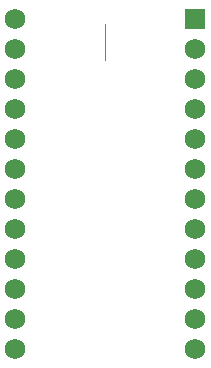
<source format=gbr>
%TF.GenerationSoftware,KiCad,Pcbnew,6.0.0-rc2*%
%TF.CreationDate,2021-12-17T22:08:24+01:00*%
%TF.ProjectId,nano0,6e616e6f-302e-46b6-9963-61645f706362,VERSION_HERE*%
%TF.SameCoordinates,Original*%
%TF.FileFunction,Legend,Top*%
%TF.FilePolarity,Positive*%
%FSLAX46Y46*%
G04 Gerber Fmt 4.6, Leading zero omitted, Abs format (unit mm)*
G04 Created by KiCad (PCBNEW 6.0.0-rc2) date 2021-12-17 22:08:24*
%MOMM*%
%LPD*%
G01*
G04 APERTURE LIST*
%ADD10C,0.120000*%
%ADD11R,1.752600X1.752600*%
%ADD12C,1.752600*%
G04 APERTURE END LIST*
D10*
%TO.C,B1*%
X247142000Y-122174000D02*
X247142000Y-119126000D01*
%TD*%
D11*
%TO.C,MCU1*%
X254802000Y-118704000D03*
D12*
X254802000Y-121244000D03*
X254802000Y-123784000D03*
X254802000Y-126324000D03*
X254802000Y-128864000D03*
X254802000Y-131404000D03*
X254802000Y-133944000D03*
X254802000Y-136484000D03*
X254802000Y-139024000D03*
X254802000Y-141564000D03*
X254802000Y-144104000D03*
X254802000Y-146644000D03*
X239562000Y-118704000D03*
X239562000Y-121244000D03*
X239562000Y-123784000D03*
X239562000Y-126324000D03*
X239562000Y-128864000D03*
X239562000Y-131404000D03*
X239562000Y-133944000D03*
X239562000Y-136484000D03*
X239562000Y-139024000D03*
X239562000Y-141564000D03*
X239562000Y-144104000D03*
X239562000Y-146644000D03*
%TD*%
M02*

</source>
